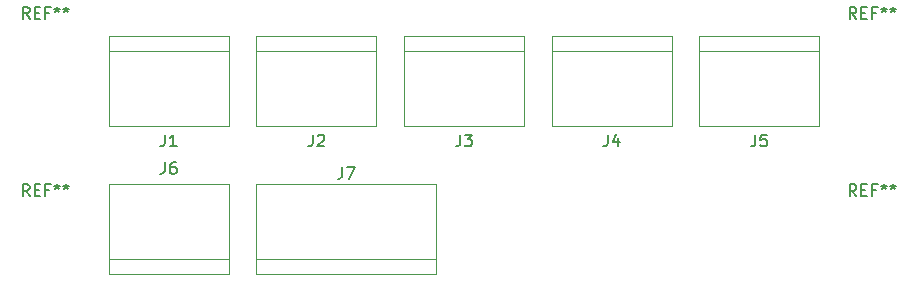
<source format=gbr>
%TF.GenerationSoftware,KiCad,Pcbnew,8.0.1*%
%TF.CreationDate,2024-04-17T01:34:18+02:00*%
%TF.ProjectId,PowerDistributionBoard,506f7765-7244-4697-9374-726962757469,rev?*%
%TF.SameCoordinates,Original*%
%TF.FileFunction,Legend,Top*%
%TF.FilePolarity,Positive*%
%FSLAX46Y46*%
G04 Gerber Fmt 4.6, Leading zero omitted, Abs format (unit mm)*
G04 Created by KiCad (PCBNEW 8.0.1) date 2024-04-17 01:34:18*
%MOMM*%
%LPD*%
G01*
G04 APERTURE LIST*
%ADD10C,0.150000*%
%ADD11C,0.120000*%
G04 APERTURE END LIST*
D10*
X152136666Y-44804819D02*
X152136666Y-45519104D01*
X152136666Y-45519104D02*
X152089047Y-45661961D01*
X152089047Y-45661961D02*
X151993809Y-45757200D01*
X151993809Y-45757200D02*
X151850952Y-45804819D01*
X151850952Y-45804819D02*
X151755714Y-45804819D01*
X152517619Y-44804819D02*
X153184285Y-44804819D01*
X153184285Y-44804819D02*
X152755714Y-45804819D01*
X137126666Y-44374819D02*
X137126666Y-45089104D01*
X137126666Y-45089104D02*
X137079047Y-45231961D01*
X137079047Y-45231961D02*
X136983809Y-45327200D01*
X136983809Y-45327200D02*
X136840952Y-45374819D01*
X136840952Y-45374819D02*
X136745714Y-45374819D01*
X138031428Y-44374819D02*
X137840952Y-44374819D01*
X137840952Y-44374819D02*
X137745714Y-44422438D01*
X137745714Y-44422438D02*
X137698095Y-44470057D01*
X137698095Y-44470057D02*
X137602857Y-44612914D01*
X137602857Y-44612914D02*
X137555238Y-44803390D01*
X137555238Y-44803390D02*
X137555238Y-45184342D01*
X137555238Y-45184342D02*
X137602857Y-45279580D01*
X137602857Y-45279580D02*
X137650476Y-45327200D01*
X137650476Y-45327200D02*
X137745714Y-45374819D01*
X137745714Y-45374819D02*
X137936190Y-45374819D01*
X137936190Y-45374819D02*
X138031428Y-45327200D01*
X138031428Y-45327200D02*
X138079047Y-45279580D01*
X138079047Y-45279580D02*
X138126666Y-45184342D01*
X138126666Y-45184342D02*
X138126666Y-44946247D01*
X138126666Y-44946247D02*
X138079047Y-44851009D01*
X138079047Y-44851009D02*
X138031428Y-44803390D01*
X138031428Y-44803390D02*
X137936190Y-44755771D01*
X137936190Y-44755771D02*
X137745714Y-44755771D01*
X137745714Y-44755771D02*
X137650476Y-44803390D01*
X137650476Y-44803390D02*
X137602857Y-44851009D01*
X137602857Y-44851009D02*
X137555238Y-44946247D01*
X149626666Y-42034819D02*
X149626666Y-42749104D01*
X149626666Y-42749104D02*
X149579047Y-42891961D01*
X149579047Y-42891961D02*
X149483809Y-42987200D01*
X149483809Y-42987200D02*
X149340952Y-43034819D01*
X149340952Y-43034819D02*
X149245714Y-43034819D01*
X150055238Y-42130057D02*
X150102857Y-42082438D01*
X150102857Y-42082438D02*
X150198095Y-42034819D01*
X150198095Y-42034819D02*
X150436190Y-42034819D01*
X150436190Y-42034819D02*
X150531428Y-42082438D01*
X150531428Y-42082438D02*
X150579047Y-42130057D01*
X150579047Y-42130057D02*
X150626666Y-42225295D01*
X150626666Y-42225295D02*
X150626666Y-42320533D01*
X150626666Y-42320533D02*
X150579047Y-42463390D01*
X150579047Y-42463390D02*
X150007619Y-43034819D01*
X150007619Y-43034819D02*
X150626666Y-43034819D01*
X137126666Y-42034819D02*
X137126666Y-42749104D01*
X137126666Y-42749104D02*
X137079047Y-42891961D01*
X137079047Y-42891961D02*
X136983809Y-42987200D01*
X136983809Y-42987200D02*
X136840952Y-43034819D01*
X136840952Y-43034819D02*
X136745714Y-43034819D01*
X138126666Y-43034819D02*
X137555238Y-43034819D01*
X137840952Y-43034819D02*
X137840952Y-42034819D01*
X137840952Y-42034819D02*
X137745714Y-42177676D01*
X137745714Y-42177676D02*
X137650476Y-42272914D01*
X137650476Y-42272914D02*
X137555238Y-42320533D01*
X162126666Y-42034819D02*
X162126666Y-42749104D01*
X162126666Y-42749104D02*
X162079047Y-42891961D01*
X162079047Y-42891961D02*
X161983809Y-42987200D01*
X161983809Y-42987200D02*
X161840952Y-43034819D01*
X161840952Y-43034819D02*
X161745714Y-43034819D01*
X162507619Y-42034819D02*
X163126666Y-42034819D01*
X163126666Y-42034819D02*
X162793333Y-42415771D01*
X162793333Y-42415771D02*
X162936190Y-42415771D01*
X162936190Y-42415771D02*
X163031428Y-42463390D01*
X163031428Y-42463390D02*
X163079047Y-42511009D01*
X163079047Y-42511009D02*
X163126666Y-42606247D01*
X163126666Y-42606247D02*
X163126666Y-42844342D01*
X163126666Y-42844342D02*
X163079047Y-42939580D01*
X163079047Y-42939580D02*
X163031428Y-42987200D01*
X163031428Y-42987200D02*
X162936190Y-43034819D01*
X162936190Y-43034819D02*
X162650476Y-43034819D01*
X162650476Y-43034819D02*
X162555238Y-42987200D01*
X162555238Y-42987200D02*
X162507619Y-42939580D01*
X174626666Y-42034819D02*
X174626666Y-42749104D01*
X174626666Y-42749104D02*
X174579047Y-42891961D01*
X174579047Y-42891961D02*
X174483809Y-42987200D01*
X174483809Y-42987200D02*
X174340952Y-43034819D01*
X174340952Y-43034819D02*
X174245714Y-43034819D01*
X175531428Y-42368152D02*
X175531428Y-43034819D01*
X175293333Y-41987200D02*
X175055238Y-42701485D01*
X175055238Y-42701485D02*
X175674285Y-42701485D01*
X125666666Y-47254819D02*
X125333333Y-46778628D01*
X125095238Y-47254819D02*
X125095238Y-46254819D01*
X125095238Y-46254819D02*
X125476190Y-46254819D01*
X125476190Y-46254819D02*
X125571428Y-46302438D01*
X125571428Y-46302438D02*
X125619047Y-46350057D01*
X125619047Y-46350057D02*
X125666666Y-46445295D01*
X125666666Y-46445295D02*
X125666666Y-46588152D01*
X125666666Y-46588152D02*
X125619047Y-46683390D01*
X125619047Y-46683390D02*
X125571428Y-46731009D01*
X125571428Y-46731009D02*
X125476190Y-46778628D01*
X125476190Y-46778628D02*
X125095238Y-46778628D01*
X126095238Y-46731009D02*
X126428571Y-46731009D01*
X126571428Y-47254819D02*
X126095238Y-47254819D01*
X126095238Y-47254819D02*
X126095238Y-46254819D01*
X126095238Y-46254819D02*
X126571428Y-46254819D01*
X127333333Y-46731009D02*
X127000000Y-46731009D01*
X127000000Y-47254819D02*
X127000000Y-46254819D01*
X127000000Y-46254819D02*
X127476190Y-46254819D01*
X128000000Y-46254819D02*
X128000000Y-46492914D01*
X127761905Y-46397676D02*
X128000000Y-46492914D01*
X128000000Y-46492914D02*
X128238095Y-46397676D01*
X127857143Y-46683390D02*
X128000000Y-46492914D01*
X128000000Y-46492914D02*
X128142857Y-46683390D01*
X128761905Y-46254819D02*
X128761905Y-46492914D01*
X128523810Y-46397676D02*
X128761905Y-46492914D01*
X128761905Y-46492914D02*
X129000000Y-46397676D01*
X128619048Y-46683390D02*
X128761905Y-46492914D01*
X128761905Y-46492914D02*
X128904762Y-46683390D01*
X195666666Y-47254819D02*
X195333333Y-46778628D01*
X195095238Y-47254819D02*
X195095238Y-46254819D01*
X195095238Y-46254819D02*
X195476190Y-46254819D01*
X195476190Y-46254819D02*
X195571428Y-46302438D01*
X195571428Y-46302438D02*
X195619047Y-46350057D01*
X195619047Y-46350057D02*
X195666666Y-46445295D01*
X195666666Y-46445295D02*
X195666666Y-46588152D01*
X195666666Y-46588152D02*
X195619047Y-46683390D01*
X195619047Y-46683390D02*
X195571428Y-46731009D01*
X195571428Y-46731009D02*
X195476190Y-46778628D01*
X195476190Y-46778628D02*
X195095238Y-46778628D01*
X196095238Y-46731009D02*
X196428571Y-46731009D01*
X196571428Y-47254819D02*
X196095238Y-47254819D01*
X196095238Y-47254819D02*
X196095238Y-46254819D01*
X196095238Y-46254819D02*
X196571428Y-46254819D01*
X197333333Y-46731009D02*
X197000000Y-46731009D01*
X197000000Y-47254819D02*
X197000000Y-46254819D01*
X197000000Y-46254819D02*
X197476190Y-46254819D01*
X198000000Y-46254819D02*
X198000000Y-46492914D01*
X197761905Y-46397676D02*
X198000000Y-46492914D01*
X198000000Y-46492914D02*
X198238095Y-46397676D01*
X197857143Y-46683390D02*
X198000000Y-46492914D01*
X198000000Y-46492914D02*
X198142857Y-46683390D01*
X198761905Y-46254819D02*
X198761905Y-46492914D01*
X198523810Y-46397676D02*
X198761905Y-46492914D01*
X198761905Y-46492914D02*
X199000000Y-46397676D01*
X198619048Y-46683390D02*
X198761905Y-46492914D01*
X198761905Y-46492914D02*
X198904762Y-46683390D01*
X187126666Y-42034819D02*
X187126666Y-42749104D01*
X187126666Y-42749104D02*
X187079047Y-42891961D01*
X187079047Y-42891961D02*
X186983809Y-42987200D01*
X186983809Y-42987200D02*
X186840952Y-43034819D01*
X186840952Y-43034819D02*
X186745714Y-43034819D01*
X188079047Y-42034819D02*
X187602857Y-42034819D01*
X187602857Y-42034819D02*
X187555238Y-42511009D01*
X187555238Y-42511009D02*
X187602857Y-42463390D01*
X187602857Y-42463390D02*
X187698095Y-42415771D01*
X187698095Y-42415771D02*
X187936190Y-42415771D01*
X187936190Y-42415771D02*
X188031428Y-42463390D01*
X188031428Y-42463390D02*
X188079047Y-42511009D01*
X188079047Y-42511009D02*
X188126666Y-42606247D01*
X188126666Y-42606247D02*
X188126666Y-42844342D01*
X188126666Y-42844342D02*
X188079047Y-42939580D01*
X188079047Y-42939580D02*
X188031428Y-42987200D01*
X188031428Y-42987200D02*
X187936190Y-43034819D01*
X187936190Y-43034819D02*
X187698095Y-43034819D01*
X187698095Y-43034819D02*
X187602857Y-42987200D01*
X187602857Y-42987200D02*
X187555238Y-42939580D01*
X195666666Y-32254819D02*
X195333333Y-31778628D01*
X195095238Y-32254819D02*
X195095238Y-31254819D01*
X195095238Y-31254819D02*
X195476190Y-31254819D01*
X195476190Y-31254819D02*
X195571428Y-31302438D01*
X195571428Y-31302438D02*
X195619047Y-31350057D01*
X195619047Y-31350057D02*
X195666666Y-31445295D01*
X195666666Y-31445295D02*
X195666666Y-31588152D01*
X195666666Y-31588152D02*
X195619047Y-31683390D01*
X195619047Y-31683390D02*
X195571428Y-31731009D01*
X195571428Y-31731009D02*
X195476190Y-31778628D01*
X195476190Y-31778628D02*
X195095238Y-31778628D01*
X196095238Y-31731009D02*
X196428571Y-31731009D01*
X196571428Y-32254819D02*
X196095238Y-32254819D01*
X196095238Y-32254819D02*
X196095238Y-31254819D01*
X196095238Y-31254819D02*
X196571428Y-31254819D01*
X197333333Y-31731009D02*
X197000000Y-31731009D01*
X197000000Y-32254819D02*
X197000000Y-31254819D01*
X197000000Y-31254819D02*
X197476190Y-31254819D01*
X198000000Y-31254819D02*
X198000000Y-31492914D01*
X197761905Y-31397676D02*
X198000000Y-31492914D01*
X198000000Y-31492914D02*
X198238095Y-31397676D01*
X197857143Y-31683390D02*
X198000000Y-31492914D01*
X198000000Y-31492914D02*
X198142857Y-31683390D01*
X198761905Y-31254819D02*
X198761905Y-31492914D01*
X198523810Y-31397676D02*
X198761905Y-31492914D01*
X198761905Y-31492914D02*
X199000000Y-31397676D01*
X198619048Y-31683390D02*
X198761905Y-31492914D01*
X198761905Y-31492914D02*
X198904762Y-31683390D01*
X125666666Y-32254819D02*
X125333333Y-31778628D01*
X125095238Y-32254819D02*
X125095238Y-31254819D01*
X125095238Y-31254819D02*
X125476190Y-31254819D01*
X125476190Y-31254819D02*
X125571428Y-31302438D01*
X125571428Y-31302438D02*
X125619047Y-31350057D01*
X125619047Y-31350057D02*
X125666666Y-31445295D01*
X125666666Y-31445295D02*
X125666666Y-31588152D01*
X125666666Y-31588152D02*
X125619047Y-31683390D01*
X125619047Y-31683390D02*
X125571428Y-31731009D01*
X125571428Y-31731009D02*
X125476190Y-31778628D01*
X125476190Y-31778628D02*
X125095238Y-31778628D01*
X126095238Y-31731009D02*
X126428571Y-31731009D01*
X126571428Y-32254819D02*
X126095238Y-32254819D01*
X126095238Y-32254819D02*
X126095238Y-31254819D01*
X126095238Y-31254819D02*
X126571428Y-31254819D01*
X127333333Y-31731009D02*
X127000000Y-31731009D01*
X127000000Y-32254819D02*
X127000000Y-31254819D01*
X127000000Y-31254819D02*
X127476190Y-31254819D01*
X128000000Y-31254819D02*
X128000000Y-31492914D01*
X127761905Y-31397676D02*
X128000000Y-31492914D01*
X128000000Y-31492914D02*
X128238095Y-31397676D01*
X127857143Y-31683390D02*
X128000000Y-31492914D01*
X128000000Y-31492914D02*
X128142857Y-31683390D01*
X128761905Y-31254819D02*
X128761905Y-31492914D01*
X128523810Y-31397676D02*
X128761905Y-31492914D01*
X128761905Y-31492914D02*
X129000000Y-31397676D01*
X128619048Y-31683390D02*
X128761905Y-31492914D01*
X128761905Y-31492914D02*
X128904762Y-31683390D01*
D11*
%TO.C,J7*%
X144880000Y-46190000D02*
X160120000Y-46190000D01*
X144880000Y-52540000D02*
X160120000Y-52540000D01*
X144880000Y-53810000D02*
X144880000Y-46190000D01*
X144880000Y-53810000D02*
X160120000Y-53810000D01*
X160120000Y-53810000D02*
X160120000Y-46190000D01*
%TO.C,J6*%
X132380000Y-46190000D02*
X132380000Y-53810000D01*
X132380000Y-53810000D02*
X142540000Y-53810000D01*
X142540000Y-46190000D02*
X132380000Y-46190000D01*
X142540000Y-52540000D02*
X132380000Y-52540000D01*
X142540000Y-53810000D02*
X142540000Y-46190000D01*
%TO.C,J2*%
X144880000Y-33690000D02*
X144880000Y-41310000D01*
X144880000Y-34960000D02*
X155040000Y-34960000D01*
X144880000Y-41310000D02*
X155040000Y-41310000D01*
X155040000Y-33690000D02*
X144880000Y-33690000D01*
X155040000Y-41310000D02*
X155040000Y-33690000D01*
%TO.C,J1*%
X132380000Y-33690000D02*
X132380000Y-41310000D01*
X132380000Y-34960000D02*
X142540000Y-34960000D01*
X132380000Y-41310000D02*
X142540000Y-41310000D01*
X142540000Y-33690000D02*
X132380000Y-33690000D01*
X142540000Y-41310000D02*
X142540000Y-33690000D01*
%TO.C,J3*%
X157380000Y-33690000D02*
X157380000Y-41310000D01*
X157380000Y-34960000D02*
X167540000Y-34960000D01*
X157380000Y-41310000D02*
X167540000Y-41310000D01*
X167540000Y-33690000D02*
X157380000Y-33690000D01*
X167540000Y-41310000D02*
X167540000Y-33690000D01*
%TO.C,J4*%
X169880000Y-33690000D02*
X169880000Y-41310000D01*
X169880000Y-34960000D02*
X180040000Y-34960000D01*
X169880000Y-41310000D02*
X180040000Y-41310000D01*
X180040000Y-33690000D02*
X169880000Y-33690000D01*
X180040000Y-41310000D02*
X180040000Y-33690000D01*
%TO.C,J5*%
X182380000Y-33690000D02*
X182380000Y-41310000D01*
X182380000Y-34960000D02*
X192540000Y-34960000D01*
X182380000Y-41310000D02*
X192540000Y-41310000D01*
X192540000Y-33690000D02*
X182380000Y-33690000D01*
X192540000Y-41310000D02*
X192540000Y-33690000D01*
%TD*%
M02*

</source>
